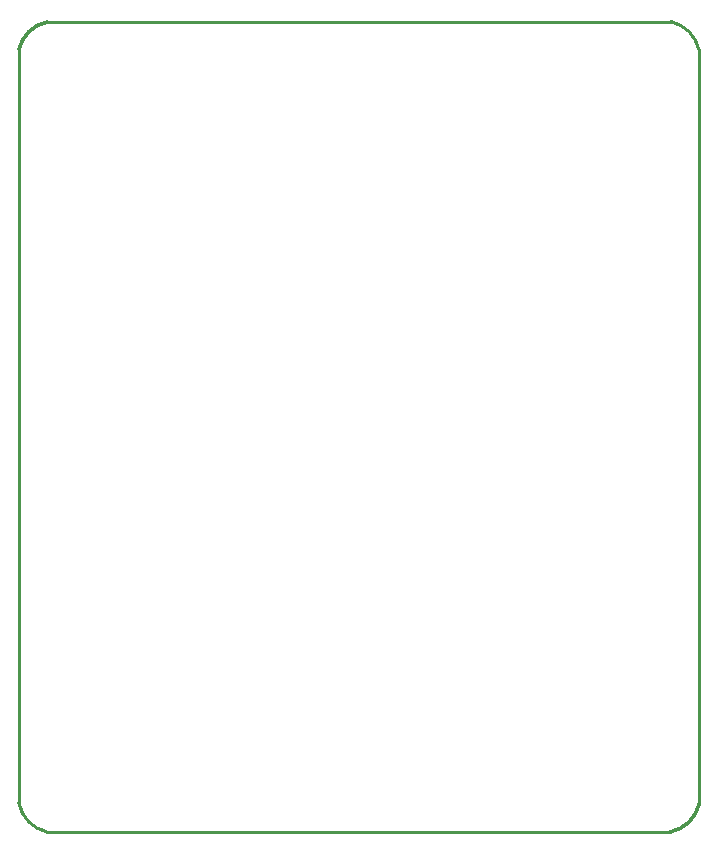
<source format=gko>
G04 Layer_Color=16711935*
%FSLAX25Y25*%
%MOIN*%
G70*
G01*
G75*
%ADD10C,0.01000*%
D10*
X227427Y267300D02*
G03*
X218201Y276806I-12049J-2464D01*
G01*
X10206Y276800D02*
G03*
X700Y267575I2464J-12049D01*
G01*
Y16300D02*
G03*
X9925Y6794I12049J2464D01*
G01*
X217936Y6800D02*
G03*
X227443Y16025I-2464J12049D01*
G01*
X217736Y7000D02*
G03*
X227242Y16225I-2464J12049D01*
G01*
X500Y16500D02*
G03*
X9725Y6994I12049J2464D01*
G01*
X10006Y277000D02*
G03*
X500Y267775I2464J-12049D01*
G01*
X227227Y267500D02*
G03*
X218002Y277006I-12049J-2464D01*
G01*
X227427Y267300D02*
X227443Y16300D01*
X9925Y6800D02*
X217936D01*
X700Y16300D02*
Y267575D01*
X10206Y276800D02*
X218195D01*
X10006Y277000D02*
X217995D01*
X500Y16500D02*
Y267775D01*
X9725Y7000D02*
X217736D01*
X227227Y267500D02*
X227242Y16500D01*
M02*

</source>
